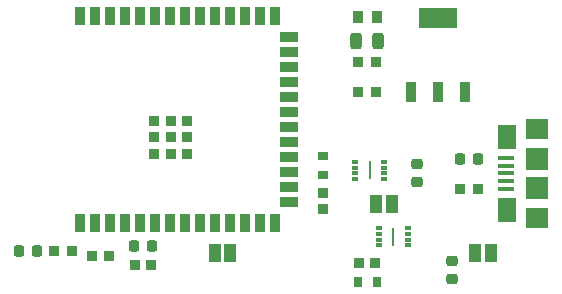
<source format=gts>
G04 #@! TF.GenerationSoftware,KiCad,Pcbnew,7.0.2-6a45011f42~172~ubuntu20.04.1*
G04 #@! TF.CreationDate,2023-05-13T12:04:57+10:00*
G04 #@! TF.ProjectId,pcb_redesign,7063625f-7265-4646-9573-69676e2e6b69,rev?*
G04 #@! TF.SameCoordinates,Original*
G04 #@! TF.FileFunction,Soldermask,Top*
G04 #@! TF.FilePolarity,Negative*
%FSLAX46Y46*%
G04 Gerber Fmt 4.6, Leading zero omitted, Abs format (unit mm)*
G04 Created by KiCad (PCBNEW 7.0.2-6a45011f42~172~ubuntu20.04.1) date 2023-05-13 12:04:57*
%MOMM*%
%LPD*%
G01*
G04 APERTURE LIST*
G04 Aperture macros list*
%AMRoundRect*
0 Rectangle with rounded corners*
0 $1 Rounding radius*
0 $2 $3 $4 $5 $6 $7 $8 $9 X,Y pos of 4 corners*
0 Add a 4 corners polygon primitive as box body*
4,1,4,$2,$3,$4,$5,$6,$7,$8,$9,$2,$3,0*
0 Add four circle primitives for the rounded corners*
1,1,$1+$1,$2,$3*
1,1,$1+$1,$4,$5*
1,1,$1+$1,$6,$7*
1,1,$1+$1,$8,$9*
0 Add four rect primitives between the rounded corners*
20,1,$1+$1,$2,$3,$4,$5,0*
20,1,$1+$1,$4,$5,$6,$7,0*
20,1,$1+$1,$6,$7,$8,$9,0*
20,1,$1+$1,$8,$9,$2,$3,0*%
G04 Aperture macros list end*
%ADD10R,0.560000X0.350000*%
%ADD11R,0.200000X1.600000*%
%ADD12R,0.900000X0.970000*%
%ADD13R,0.940000X1.020000*%
%ADD14R,0.870000X0.930000*%
%ADD15R,0.900000X1.500000*%
%ADD16R,1.500000X0.900000*%
%ADD17R,0.900000X0.900000*%
%ADD18R,0.970000X0.930000*%
%ADD19R,0.790000X0.930000*%
%ADD20R,0.930000X0.970000*%
%ADD21R,0.930000X0.790000*%
%ADD22R,1.000000X1.500000*%
%ADD23RoundRect,0.225000X0.250000X-0.225000X0.250000X0.225000X-0.250000X0.225000X-0.250000X-0.225000X0*%
%ADD24R,0.950000X1.750000*%
%ADD25R,3.200000X1.750000*%
%ADD26RoundRect,0.225000X-0.225000X-0.250000X0.225000X-0.250000X0.225000X0.250000X-0.225000X0.250000X0*%
%ADD27R,1.350000X0.400000*%
%ADD28R,1.600000X2.100000*%
%ADD29R,1.900000X1.800000*%
%ADD30R,1.900000X1.900000*%
%ADD31RoundRect,0.243750X-0.243750X-0.456250X0.243750X-0.456250X0.243750X0.456250X-0.243750X0.456250X0*%
G04 APERTURE END LIST*
D10*
X139685000Y-72950000D03*
X139685000Y-72450000D03*
X139685000Y-71950000D03*
X139685000Y-71450000D03*
X137215000Y-71450000D03*
X137215000Y-71950000D03*
X137215000Y-72450000D03*
X137215000Y-72950000D03*
D11*
X138450000Y-72200000D03*
D12*
X114890000Y-79400000D03*
X116410000Y-79400000D03*
D13*
X139040000Y-59200000D03*
X137460000Y-59200000D03*
D14*
X113280000Y-79000000D03*
X111720000Y-79000000D03*
D15*
X113880000Y-76650000D03*
X115150000Y-76650000D03*
X116420000Y-76650000D03*
X117690000Y-76650000D03*
X118960000Y-76650000D03*
X120230000Y-76650000D03*
X121500000Y-76650000D03*
X122770000Y-76650000D03*
X124040000Y-76650000D03*
X125310000Y-76650000D03*
X126580000Y-76650000D03*
X127850000Y-76650000D03*
X129120000Y-76650000D03*
X130390000Y-76650000D03*
D16*
X131640000Y-74885000D03*
X131640000Y-73615000D03*
X131640000Y-72345000D03*
X131640000Y-71075000D03*
X131640000Y-69805000D03*
X131640000Y-68535000D03*
X131640000Y-67265000D03*
X131640000Y-65995000D03*
X131640000Y-64725000D03*
X131640000Y-63455000D03*
X131640000Y-62185000D03*
X131640000Y-60915000D03*
D15*
X130390000Y-59150000D03*
X129120000Y-59150000D03*
X127850000Y-59150000D03*
X126580000Y-59150000D03*
X125310000Y-59150000D03*
X124040000Y-59150000D03*
X122770000Y-59150000D03*
X121500000Y-59150000D03*
X120230000Y-59150000D03*
X118960000Y-59150000D03*
X117690000Y-59150000D03*
X116420000Y-59150000D03*
X115150000Y-59150000D03*
X113880000Y-59150000D03*
D17*
X120200000Y-70800000D03*
X121600000Y-70800000D03*
X123000000Y-70800000D03*
X120200000Y-69400000D03*
X121600000Y-69400000D03*
X123000000Y-69400000D03*
X120200000Y-68000000D03*
X121600000Y-68000000D03*
X123000000Y-68000000D03*
D18*
X137570000Y-80000000D03*
X138930000Y-80000000D03*
D19*
X137430000Y-81600000D03*
X139070000Y-81600000D03*
D20*
X134450000Y-74120000D03*
X134450000Y-75480000D03*
D21*
X134450000Y-70980000D03*
X134450000Y-72620000D03*
D22*
X140300000Y-75000000D03*
X139000000Y-75000000D03*
D23*
X142450000Y-73200000D03*
X142450000Y-71650000D03*
D10*
X141685000Y-78550000D03*
X141685000Y-78050000D03*
X141685000Y-77550000D03*
X141685000Y-77050000D03*
X139215000Y-77050000D03*
X139215000Y-77550000D03*
X139215000Y-78050000D03*
X139215000Y-78550000D03*
D11*
X140450000Y-77800000D03*
D23*
X145450000Y-79825000D03*
X145450000Y-81375000D03*
D14*
X137450000Y-65530000D03*
X139010000Y-65530000D03*
D24*
X141950000Y-65550000D03*
X144250000Y-65550000D03*
X146550000Y-65550000D03*
D25*
X144250000Y-59250000D03*
D26*
X146075000Y-71200000D03*
X147625000Y-71200000D03*
D22*
X147400000Y-79200000D03*
X148700000Y-79200000D03*
D27*
X149950000Y-73750000D03*
X149950000Y-73100000D03*
X149950000Y-72450000D03*
X149950000Y-71800000D03*
X149950000Y-71150000D03*
D28*
X150075000Y-75550000D03*
X150075000Y-69350000D03*
D29*
X152625000Y-76250000D03*
D30*
X152625000Y-73650000D03*
X152625000Y-71250000D03*
D29*
X152625000Y-68650000D03*
D31*
X137312500Y-61200000D03*
X139187500Y-61200000D03*
D26*
X118499700Y-78600000D03*
X120049700Y-78600000D03*
X108725000Y-79000000D03*
X110275000Y-79000000D03*
D14*
X137450000Y-63050000D03*
X139010000Y-63050000D03*
D22*
X126650000Y-79200000D03*
X125350000Y-79200000D03*
D18*
X119930000Y-80200000D03*
X118570000Y-80200000D03*
D14*
X146055000Y-73795000D03*
X147615000Y-73795000D03*
M02*

</source>
